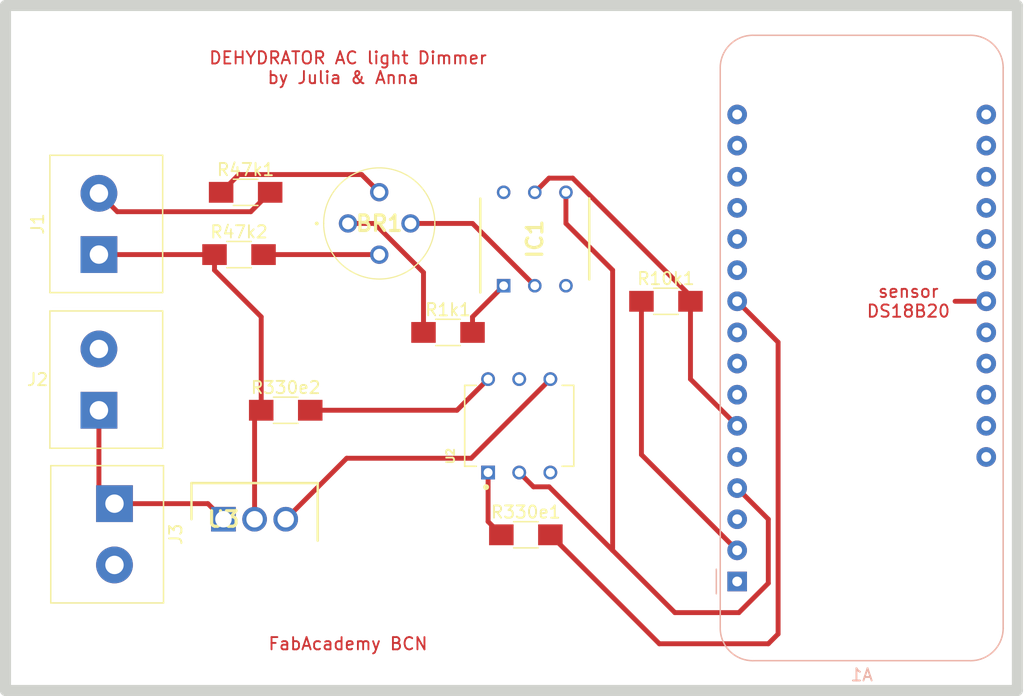
<source format=kicad_pcb>
(kicad_pcb (version 20171130) (host pcbnew "(5.1.12)-1")

  (general
    (thickness 1.6)
    (drawings 7)
    (tracks 57)
    (zones 0)
    (modules 14)
    (nets 44)
  )

  (page A4)
  (layers
    (0 F.Cu signal)
    (31 B.Cu signal)
    (32 B.Adhes user)
    (33 F.Adhes user)
    (34 B.Paste user)
    (35 F.Paste user)
    (36 B.SilkS user)
    (37 F.SilkS user)
    (38 B.Mask user)
    (39 F.Mask user)
    (40 Dwgs.User user)
    (41 Cmts.User user)
    (42 Eco1.User user)
    (43 Eco2.User user)
    (44 Edge.Cuts user)
    (45 Margin user)
    (46 B.CrtYd user)
    (47 F.CrtYd user)
    (48 B.Fab user)
    (49 F.Fab user)
  )

  (setup
    (last_trace_width 0.4)
    (trace_clearance 0.4)
    (zone_clearance 0.508)
    (zone_45_only no)
    (trace_min 0.2)
    (via_size 1.2)
    (via_drill 0.8)
    (via_min_size 0.4)
    (via_min_drill 0.3)
    (uvia_size 0.3)
    (uvia_drill 0.1)
    (uvias_allowed no)
    (uvia_min_size 0.2)
    (uvia_min_drill 0.1)
    (edge_width 0.05)
    (segment_width 0.2)
    (pcb_text_width 0.3)
    (pcb_text_size 1.5 1.5)
    (mod_edge_width 0.12)
    (mod_text_size 1 1)
    (mod_text_width 0.15)
    (pad_size 1.524 1.524)
    (pad_drill 0.762)
    (pad_to_mask_clearance 0)
    (aux_axis_origin 0 0)
    (visible_elements 7FFFFFFF)
    (pcbplotparams
      (layerselection 0x010fc_ffffffff)
      (usegerberextensions false)
      (usegerberattributes true)
      (usegerberadvancedattributes true)
      (creategerberjobfile true)
      (excludeedgelayer true)
      (linewidth 0.100000)
      (plotframeref false)
      (viasonmask false)
      (mode 1)
      (useauxorigin false)
      (hpglpennumber 1)
      (hpglpenspeed 20)
      (hpglpendiameter 15.000000)
      (psnegative false)
      (psa4output false)
      (plotreference true)
      (plotvalue true)
      (plotinvisibletext false)
      (padsonsilk false)
      (subtractmaskfromsilk false)
      (outputformat 1)
      (mirror false)
      (drillshape 1)
      (scaleselection 1)
      (outputdirectory ""))
  )

  (net 0 "")
  (net 1 "Net-(A1-Pad16)")
  (net 2 "Net-(A1-Pad15)")
  (net 3 "Net-(A1-Pad14)")
  (net 4 "Net-(A1-Pad13)")
  (net 5 "Net-(A1-Pad12)")
  (net 6 "Net-(A1-Pad11)")
  (net 7 "Net-(A1-Pad9)")
  (net 8 "Net-(A1-Pad8)")
  (net 9 "Net-(A1-Pad7)")
  (net 10 "Net-(A1-Pad5)")
  (net 11 "Net-(A1-Pad3)")
  (net 12 "Net-(A1-Pad1)")
  (net 13 "Net-(A1-Pad28)")
  (net 14 "Net-(A1-Pad27)")
  (net 15 "Net-(A1-Pad26)")
  (net 16 "Net-(A1-Pad25)")
  (net 17 "Net-(A1-Pad24)")
  (net 18 "Net-(A1-Pad22)")
  (net 19 "Net-(A1-Pad21)")
  (net 20 "Net-(A1-Pad20)")
  (net 21 "Net-(A1-Pad19)")
  (net 22 "Net-(A1-Pad18)")
  (net 23 "Net-(A1-Pad17)")
  (net 24 "Net-(BR1-Pad4)")
  (net 25 "Net-(BR1-Pad3)")
  (net 26 "Net-(BR1-Pad2)")
  (net 27 "Net-(BR1-Pad1)")
  (net 28 "Net-(U2-Pad4)")
  (net 29 "Net-(IC1-Pad6)")
  (net 30 "Net-(IC1-Pad3)")
  (net 31 "Net-(IC1-Pad1)")
  (net 32 C2)
  (net 33 ZVC)
  (net 34 GND)
  (net 35 5V)
  (net 36 SNS)
  (net 37 "Net-(J1-Pad2)")
  (net 38 C1)
  (net 39 "Net-(J2-Pad2)")
  (net 40 "Net-(J2-Pad1)")
  (net 41 "Net-(J3-Pad2)")
  (net 42 "Net-(R330e1-Pad1)")
  (net 43 "Net-(R330e2-Pad2)")

  (net_class Default "This is the default net class."
    (clearance 0.4)
    (trace_width 0.4)
    (via_dia 1.2)
    (via_drill 0.8)
    (uvia_dia 0.3)
    (uvia_drill 0.1)
    (add_net 5V)
    (add_net C1)
    (add_net C2)
    (add_net GND)
    (add_net "Net-(A1-Pad1)")
    (add_net "Net-(A1-Pad11)")
    (add_net "Net-(A1-Pad12)")
    (add_net "Net-(A1-Pad13)")
    (add_net "Net-(A1-Pad14)")
    (add_net "Net-(A1-Pad15)")
    (add_net "Net-(A1-Pad16)")
    (add_net "Net-(A1-Pad17)")
    (add_net "Net-(A1-Pad18)")
    (add_net "Net-(A1-Pad19)")
    (add_net "Net-(A1-Pad20)")
    (add_net "Net-(A1-Pad21)")
    (add_net "Net-(A1-Pad22)")
    (add_net "Net-(A1-Pad24)")
    (add_net "Net-(A1-Pad25)")
    (add_net "Net-(A1-Pad26)")
    (add_net "Net-(A1-Pad27)")
    (add_net "Net-(A1-Pad28)")
    (add_net "Net-(A1-Pad3)")
    (add_net "Net-(A1-Pad5)")
    (add_net "Net-(A1-Pad7)")
    (add_net "Net-(A1-Pad8)")
    (add_net "Net-(A1-Pad9)")
    (add_net "Net-(BR1-Pad1)")
    (add_net "Net-(BR1-Pad2)")
    (add_net "Net-(BR1-Pad3)")
    (add_net "Net-(BR1-Pad4)")
    (add_net "Net-(IC1-Pad1)")
    (add_net "Net-(IC1-Pad3)")
    (add_net "Net-(IC1-Pad6)")
    (add_net "Net-(J1-Pad2)")
    (add_net "Net-(J2-Pad1)")
    (add_net "Net-(J2-Pad2)")
    (add_net "Net-(J3-Pad2)")
    (add_net "Net-(R330e1-Pad1)")
    (add_net "Net-(R330e2-Pad2)")
    (add_net "Net-(U2-Pad4)")
    (add_net SNS)
    (add_net ZVC)
  )

  (module temp:TO254P470X1000X2000-3P (layer F.Cu) (tedit 0) (tstamp 622658C5)
    (at 83.82 115.57)
    (descr BT136-600D,127-1)
    (tags "Undefined or Miscellaneous")
    (path /62268889)
    (fp_text reference U3 (at 0 0) (layer F.SilkS)
      (effects (font (size 1.27 1.27) (thickness 0.254)))
    )
    (fp_text value BT136-600D,127 (at 0 0) (layer F.SilkS) hide
      (effects (font (size 1.27 1.27) (thickness 0.254)))
    )
    (fp_text user %R (at 0 0) (layer F.Fab)
      (effects (font (size 1.27 1.27) (thickness 0.254)))
    )
    (fp_line (start -2.86 -3.2) (end 7.94 -3.2) (layer F.CrtYd) (width 0.05))
    (fp_line (start 7.94 -3.2) (end 7.94 2) (layer F.CrtYd) (width 0.05))
    (fp_line (start 7.94 2) (end -2.86 2) (layer F.CrtYd) (width 0.05))
    (fp_line (start -2.86 2) (end -2.86 -3.2) (layer F.CrtYd) (width 0.05))
    (fp_line (start -2.61 -2.95) (end 7.69 -2.95) (layer F.Fab) (width 0.1))
    (fp_line (start 7.69 -2.95) (end 7.69 1.75) (layer F.Fab) (width 0.1))
    (fp_line (start 7.69 1.75) (end -2.61 1.75) (layer F.Fab) (width 0.1))
    (fp_line (start -2.61 1.75) (end -2.61 -2.95) (layer F.Fab) (width 0.1))
    (fp_line (start -2.61 -1.68) (end -1.34 -2.95) (layer F.Fab) (width 0.1))
    (fp_line (start 7.69 1.75) (end 7.69 -2.95) (layer F.SilkS) (width 0.2))
    (fp_line (start 7.69 -2.95) (end -2.61 -2.95) (layer F.SilkS) (width 0.2))
    (fp_line (start -2.61 -2.95) (end -2.61 0) (layer F.SilkS) (width 0.2))
    (pad 3 thru_hole circle (at 5.08 0) (size 2.01 2.01) (drill 1.34) (layers *.Cu *.Mask)
      (net 28 "Net-(U2-Pad4)"))
    (pad 2 thru_hole circle (at 2.54 0) (size 2.01 2.01) (drill 1.34) (layers *.Cu *.Mask)
      (net 38 C1))
    (pad 1 thru_hole rect (at 0 0) (size 2.01 2.01) (drill 1.34) (layers *.Cu *.Mask)
      (net 40 "Net-(J2-Pad1)"))
    (model BT136-600D,127.stp
      (at (xyz 0 0 0))
      (scale (xyz 1 1 1))
      (rotate (xyz 0 0 0))
    )
  )

  (module temp:DIP762W45P254L889H508Q6 (layer F.Cu) (tedit 62263D6B) (tstamp 62264EAE)
    (at 107.95 107.95 90)
    (path /622652F0)
    (fp_text reference U2 (at -2.469425 -5.609645 90) (layer F.SilkS)
      (effects (font (size 0.64037 0.64037) (thickness 0.15)))
    )
    (fp_text value MOC3021 (at 4.748276 5.394818 90) (layer F.Fab)
      (effects (font (size 0.640145 0.640145) (thickness 0.15)))
    )
    (fp_line (start -3.3 4.45) (end -3.3 -4.45) (layer F.Fab) (width 0.127))
    (fp_line (start -3.3 -4.45) (end 3.3 -4.45) (layer F.Fab) (width 0.127))
    (fp_line (start 3.3 -4.45) (end 3.3 4.45) (layer F.Fab) (width 0.127))
    (fp_line (start 3.3 4.45) (end -3.3 4.45) (layer F.Fab) (width 0.127))
    (fp_line (start -4.63 4.7) (end -4.63 -4.7) (layer F.CrtYd) (width 0.05))
    (fp_line (start -4.63 -4.7) (end 4.63 -4.7) (layer F.CrtYd) (width 0.05))
    (fp_line (start 4.63 -4.7) (end 4.63 4.7) (layer F.CrtYd) (width 0.05))
    (fp_line (start 4.63 4.7) (end -4.63 4.7) (layer F.CrtYd) (width 0.05))
    (fp_line (start -3.3 -3.5) (end -3.3 -4.45) (layer F.SilkS) (width 0.127))
    (fp_line (start -3.3 -4.45) (end 3.3 -4.45) (layer F.SilkS) (width 0.127))
    (fp_line (start 3.3 -4.45) (end 3.3 -3.5) (layer F.SilkS) (width 0.127))
    (fp_line (start -3.3 3.5) (end -3.3 4.45) (layer F.SilkS) (width 0.127))
    (fp_line (start -3.3 4.45) (end 3.3 4.45) (layer F.SilkS) (width 0.127))
    (fp_line (start 3.3 4.45) (end 3.3 3.5) (layer F.SilkS) (width 0.127))
    (fp_circle (center -5 -2.7) (end -4.88 -2.7) (layer F.SilkS) (width 0.24))
    (pad 6 thru_hole circle (at 3.81 -2.54 90) (size 1.13 1.13) (drill 0.73) (layers *.Cu *.Mask)
      (net 43 "Net-(R330e2-Pad2)"))
    (pad 5 thru_hole circle (at 3.81 0 90) (size 1.13 1.13) (drill 0.73) (layers *.Cu *.Mask))
    (pad 4 thru_hole circle (at 3.81 2.54 90) (size 1.13 1.13) (drill 0.73) (layers *.Cu *.Mask)
      (net 28 "Net-(U2-Pad4)"))
    (pad 3 thru_hole circle (at -3.81 2.54 90) (size 1.13 1.13) (drill 0.73) (layers *.Cu *.Mask))
    (pad 2 thru_hole circle (at -3.81 0 90) (size 1.13 1.13) (drill 0.73) (layers *.Cu *.Mask)
      (net 34 GND))
    (pad 1 thru_hole rect (at -3.81 -2.54 90) (size 1.13 1.13) (drill 0.73) (layers *.Cu *.Mask)
      (net 42 "Net-(R330e1-Pad1)"))
  )

  (module temp:DIP762W51P254L851H508Q6N (layer F.Cu) (tedit 0) (tstamp 622656AB)
    (at 109.22 92.71 90)
    (descr "PDIP6 8.51x6.35, 2.54P 1")
    (tags "Integrated Circuit")
    (path /62267AEC)
    (fp_text reference IC1 (at 0 0 90) (layer F.SilkS)
      (effects (font (size 1.27 1.27) (thickness 0.254)))
    )
    (fp_text value MCT2EM (at 0 0 90) (layer F.SilkS) hide
      (effects (font (size 1.27 1.27) (thickness 0.254)))
    )
    (fp_text user %R (at 0 0 90) (layer F.Fab)
      (effects (font (size 1.27 1.27) (thickness 0.254)))
    )
    (fp_line (start -4.615 -4.695) (end 4.615 -4.695) (layer F.CrtYd) (width 0.05))
    (fp_line (start 4.615 -4.695) (end 4.615 4.695) (layer F.CrtYd) (width 0.05))
    (fp_line (start 4.615 4.695) (end -4.615 4.695) (layer F.CrtYd) (width 0.05))
    (fp_line (start -4.615 4.695) (end -4.615 -4.695) (layer F.CrtYd) (width 0.05))
    (fp_line (start -3.3 -4.445) (end 3.3 -4.445) (layer F.Fab) (width 0.1))
    (fp_line (start 3.3 -4.445) (end 3.3 4.445) (layer F.Fab) (width 0.1))
    (fp_line (start 3.3 4.445) (end -3.3 4.445) (layer F.Fab) (width 0.1))
    (fp_line (start -3.3 4.445) (end -3.3 -4.445) (layer F.Fab) (width 0.1))
    (fp_line (start -3.3 -3.175) (end -2.03 -4.445) (layer F.Fab) (width 0.1))
    (fp_line (start -4.365 -4.445) (end 3.3 -4.445) (layer F.SilkS) (width 0.2))
    (fp_line (start -3.3 4.445) (end 3.3 4.445) (layer F.SilkS) (width 0.2))
    (pad 6 thru_hole circle (at 3.81 -2.54 90) (size 1.11 1.11) (drill 0.71) (layers *.Cu *.Mask)
      (net 29 "Net-(IC1-Pad6)"))
    (pad 5 thru_hole circle (at 3.81 0 90) (size 1.11 1.11) (drill 0.71) (layers *.Cu *.Mask)
      (net 33 ZVC))
    (pad 4 thru_hole circle (at 3.81 2.54 90) (size 1.11 1.11) (drill 0.71) (layers *.Cu *.Mask)
      (net 34 GND))
    (pad 3 thru_hole circle (at -3.81 2.54 90) (size 1.11 1.11) (drill 0.71) (layers *.Cu *.Mask)
      (net 30 "Net-(IC1-Pad3)"))
    (pad 2 thru_hole circle (at -3.81 0 90) (size 1.11 1.11) (drill 0.71) (layers *.Cu *.Mask)
      (net 25 "Net-(BR1-Pad3)"))
    (pad 1 thru_hole rect (at -3.81 -2.54 90) (size 1.11 1.11) (drill 0.71) (layers *.Cu *.Mask)
      (net 31 "Net-(IC1-Pad1)"))
    (model MCT2EM.stp
      (at (xyz 0 0 0))
      (scale (xyz 1 1 1))
      (rotate (xyz 0 0 0))
    )
  )

  (module temp:2W10 (layer F.Cu) (tedit 0) (tstamp 62264D3F)
    (at 93.98 91.44)
    (descr 2W10-1)
    (tags "Bridge Rectifier")
    (path /62266694)
    (fp_text reference BR1 (at 2.55 0) (layer F.SilkS)
      (effects (font (size 1.27 1.27) (thickness 0.254)))
    )
    (fp_text value 2W10 (at 2.55 0) (layer F.SilkS) hide
      (effects (font (size 1.27 1.27) (thickness 0.254)))
    )
    (fp_arc (start -2.55 0) (end -2.6 0) (angle -180) (layer F.SilkS) (width 0.2))
    (fp_arc (start -2.55 0) (end -2.5 0) (angle -180) (layer F.SilkS) (width 0.2))
    (fp_arc (start -2.55 0) (end -2.6 0) (angle -180) (layer F.SilkS) (width 0.2))
    (fp_arc (start 2.55 0) (end 7.085 0) (angle -180) (layer F.SilkS) (width 0.1))
    (fp_arc (start 2.55 0) (end -1.985 0) (angle -180) (layer F.SilkS) (width 0.1))
    (fp_arc (start 2.55 0) (end 7.085 0) (angle -180) (layer F.Fab) (width 0.2))
    (fp_arc (start 2.55 0) (end -1.985 0) (angle -180) (layer F.Fab) (width 0.2))
    (fp_text user %R (at 2.55 0) (layer F.Fab)
      (effects (font (size 1.27 1.27) (thickness 0.254)))
    )
    (fp_line (start -2.985 -5.535) (end 8.085 -5.535) (layer F.CrtYd) (width 0.1))
    (fp_line (start 8.085 -5.535) (end 8.085 5.535) (layer F.CrtYd) (width 0.1))
    (fp_line (start 8.085 5.535) (end -2.985 5.535) (layer F.CrtYd) (width 0.1))
    (fp_line (start -2.985 5.535) (end -2.985 -5.535) (layer F.CrtYd) (width 0.1))
    (fp_line (start -1.985 0) (end -1.985 0) (layer F.Fab) (width 0.2))
    (fp_line (start 7.085 0) (end 7.085 0) (layer F.Fab) (width 0.2))
    (fp_line (start -1.985 0) (end -1.985 0) (layer F.SilkS) (width 0.1))
    (fp_line (start 7.085 0) (end 7.085 0) (layer F.SilkS) (width 0.1))
    (fp_line (start -2.6 0) (end -2.6 0) (layer F.SilkS) (width 0.2))
    (fp_line (start -2.5 0) (end -2.5 0) (layer F.SilkS) (width 0.2))
    (fp_line (start -2.6 0) (end -2.6 0) (layer F.SilkS) (width 0.2))
    (pad 4 thru_hole circle (at 2.55 -2.55) (size 1.493 1.493) (drill 0.96) (layers *.Cu *.Mask)
      (net 24 "Net-(BR1-Pad4)"))
    (pad 3 thru_hole circle (at 5.1 0) (size 1.493 1.493) (drill 0.96) (layers *.Cu *.Mask)
      (net 25 "Net-(BR1-Pad3)"))
    (pad 2 thru_hole circle (at 2.55 2.55) (size 1.493 1.493) (drill 0.96) (layers *.Cu *.Mask)
      (net 26 "Net-(BR1-Pad2)"))
    (pad 1 thru_hole circle (at 0 0) (size 1.493 1.493) (drill 0.96) (layers *.Cu *.Mask)
      (net 27 "Net-(BR1-Pad1)"))
    (model 2W10.stp
      (at (xyz 0 0 0))
      (scale (xyz 1 1 1))
      (rotate (xyz 0 0 0))
    )
  )

  (module Module:Adafruit_Feather (layer B.Cu) (tedit 5F71FFF3) (tstamp 62260CBE)
    (at 125.73 120.65)
    (descr "Common footprint for the Adafruit Feather series of boards, https://learn.adafruit.com/adafruit-feather/feather-specification")
    (tags "Adafruit Feather")
    (path /622615BF)
    (fp_text reference A1 (at 10.16 7.62) (layer B.SilkS)
      (effects (font (size 1 1) (thickness 0.15)) (justify mirror))
    )
    (fp_text value Adafruit_Feather_HUZZAH32_ESP32 (at 10.16 -45.72 180) (layer B.Fab)
      (effects (font (size 1 1) (thickness 0.15)) (justify mirror))
    )
    (fp_line (start -0.381 0) (end -1.27 -0.889) (layer B.Fab) (width 0.1))
    (fp_line (start -1.27 0.889) (end -0.381 0) (layer B.Fab) (width 0.1))
    (fp_line (start -1.7 -1) (end -1.7 1) (layer B.SilkS) (width 0.12))
    (fp_line (start 21.84 -41.91) (end 21.84 3.81) (layer B.CrtYd) (width 0.05))
    (fp_line (start 19.05 -44.7) (end 1.27 -44.7) (layer B.CrtYd) (width 0.05))
    (fp_line (start -1.52 -41.91) (end -1.52 3.81) (layer B.CrtYd) (width 0.05))
    (fp_line (start 19.05 6.46) (end 1.27 6.46) (layer B.SilkS) (width 0.12))
    (fp_line (start 19.05 -44.56) (end 1.27 -44.56) (layer B.SilkS) (width 0.12))
    (fp_line (start 21.7 3.81) (end 21.7 -41.91) (layer B.SilkS) (width 0.12))
    (fp_line (start -1.38 3.81) (end -1.38 -41.91) (layer B.SilkS) (width 0.12))
    (fp_line (start 19.05 6.35) (end 1.27 6.35) (layer B.Fab) (width 0.1))
    (fp_line (start -1.27 3.81) (end -1.27 -41.91) (layer B.Fab) (width 0.1))
    (fp_line (start 1.27 -44.45) (end 19.05 -44.45) (layer B.Fab) (width 0.1))
    (fp_line (start 21.59 -41.91) (end 21.59 3.81) (layer B.Fab) (width 0.1))
    (fp_line (start 19.05 6.6) (end 1.27 6.6) (layer B.CrtYd) (width 0.05))
    (fp_arc (start 19.05 3.81) (end 21.84 3.81) (angle 90) (layer B.CrtYd) (width 0.05))
    (fp_arc (start 1.27 3.81) (end 1.27 6.6) (angle 90) (layer B.CrtYd) (width 0.05))
    (fp_arc (start 19.05 -41.91) (end 21.59 -41.91) (angle -90) (layer B.Fab) (width 0.1))
    (fp_arc (start 1.27 -41.91) (end -1.27 -41.91) (angle 88.9) (layer B.Fab) (width 0.1))
    (fp_arc (start 1.27 3.81) (end -1.27 3.81) (angle -90) (layer B.Fab) (width 0.1))
    (fp_arc (start 19.05 3.81) (end 19.05 6.35) (angle -90) (layer B.Fab) (width 0.1))
    (fp_arc (start 1.27 -41.91) (end -1.38 -41.91) (angle 90) (layer B.SilkS) (width 0.12))
    (fp_arc (start 19.05 -41.91) (end 19.05 -44.56) (angle 90) (layer B.SilkS) (width 0.12))
    (fp_arc (start 1.27 3.81) (end 1.27 6.46) (angle 90) (layer B.SilkS) (width 0.12))
    (fp_arc (start 19.05 3.81) (end 21.7 3.81) (angle 90) (layer B.SilkS) (width 0.12))
    (fp_arc (start 1.27 -41.91) (end -1.52 -41.91) (angle 90) (layer B.CrtYd) (width 0.05))
    (fp_arc (start 19.05 -41.91) (end 19.05 -44.7) (angle 90) (layer B.CrtYd) (width 0.05))
    (fp_text user %R (at 10.16 -19.05 180) (layer B.Fab)
      (effects (font (size 1 1) (thickness 0.15)) (justify mirror))
    )
    (pad 16 thru_hole circle (at 0 -38.1 180) (size 1.6 1.6) (drill 0.8) (layers *.Cu *.Mask)
      (net 1 "Net-(A1-Pad16)"))
    (pad 15 thru_hole circle (at 0 -35.56 180) (size 1.6 1.6) (drill 0.8) (layers *.Cu *.Mask)
      (net 2 "Net-(A1-Pad15)"))
    (pad 14 thru_hole circle (at 0 -33.02 180) (size 1.6 1.6) (drill 0.8) (layers *.Cu *.Mask)
      (net 3 "Net-(A1-Pad14)"))
    (pad 13 thru_hole circle (at 0 -30.48 180) (size 1.6 1.6) (drill 0.8) (layers *.Cu *.Mask)
      (net 4 "Net-(A1-Pad13)"))
    (pad 12 thru_hole circle (at 0 -27.94 180) (size 1.6 1.6) (drill 0.8) (layers *.Cu *.Mask)
      (net 5 "Net-(A1-Pad12)"))
    (pad 11 thru_hole circle (at 0 -25.4 180) (size 1.6 1.6) (drill 0.8) (layers *.Cu *.Mask)
      (net 6 "Net-(A1-Pad11)"))
    (pad 10 thru_hole circle (at 0 -22.86 180) (size 1.6 1.6) (drill 0.8) (layers *.Cu *.Mask)
      (net 32 C2))
    (pad 9 thru_hole circle (at 0 -20.32 180) (size 1.6 1.6) (drill 0.8) (layers *.Cu *.Mask)
      (net 7 "Net-(A1-Pad9)"))
    (pad 8 thru_hole circle (at 0 -17.78 180) (size 1.6 1.6) (drill 0.8) (layers *.Cu *.Mask)
      (net 8 "Net-(A1-Pad8)"))
    (pad 7 thru_hole circle (at 0 -15.24 180) (size 1.6 1.6) (drill 0.8) (layers *.Cu *.Mask)
      (net 9 "Net-(A1-Pad7)"))
    (pad 6 thru_hole circle (at 0 -12.7 180) (size 1.6 1.6) (drill 0.8) (layers *.Cu *.Mask)
      (net 33 ZVC))
    (pad 5 thru_hole circle (at 0 -10.16 180) (size 1.6 1.6) (drill 0.8) (layers *.Cu *.Mask)
      (net 10 "Net-(A1-Pad5)"))
    (pad 4 thru_hole circle (at 0 -7.62 180) (size 1.6 1.6) (drill 0.8) (layers *.Cu *.Mask)
      (net 34 GND))
    (pad 3 thru_hole circle (at 0 -5.08 180) (size 1.6 1.6) (drill 0.8) (layers *.Cu *.Mask)
      (net 11 "Net-(A1-Pad3)"))
    (pad 2 thru_hole circle (at 0 -2.54 180) (size 1.6 1.6) (drill 0.8) (layers *.Cu *.Mask)
      (net 35 5V))
    (pad 1 thru_hole rect (at 0 0 180) (size 1.6 1.6) (drill 0.8) (layers *.Cu *.Mask)
      (net 12 "Net-(A1-Pad1)"))
    (pad 28 thru_hole circle (at 20.32 -10.16 180) (size 1.6 1.6) (drill 0.8) (layers *.Cu *.Mask)
      (net 13 "Net-(A1-Pad28)"))
    (pad 27 thru_hole circle (at 20.32 -12.7 180) (size 1.6 1.6) (drill 0.8) (layers *.Cu *.Mask)
      (net 14 "Net-(A1-Pad27)"))
    (pad 26 thru_hole circle (at 20.32 -15.24 180) (size 1.6 1.6) (drill 0.8) (layers *.Cu *.Mask)
      (net 15 "Net-(A1-Pad26)"))
    (pad 25 thru_hole circle (at 20.32 -17.78 180) (size 1.6 1.6) (drill 0.8) (layers *.Cu *.Mask)
      (net 16 "Net-(A1-Pad25)"))
    (pad 24 thru_hole circle (at 20.32 -20.32 180) (size 1.6 1.6) (drill 0.8) (layers *.Cu *.Mask)
      (net 17 "Net-(A1-Pad24)"))
    (pad 23 thru_hole circle (at 20.32 -22.86 180) (size 1.6 1.6) (drill 0.8) (layers *.Cu *.Mask)
      (net 36 SNS))
    (pad 22 thru_hole circle (at 20.32 -25.4 180) (size 1.6 1.6) (drill 0.8) (layers *.Cu *.Mask)
      (net 18 "Net-(A1-Pad22)"))
    (pad 21 thru_hole circle (at 20.32 -27.94 180) (size 1.6 1.6) (drill 0.8) (layers *.Cu *.Mask)
      (net 19 "Net-(A1-Pad21)"))
    (pad 20 thru_hole circle (at 20.32 -30.48 180) (size 1.6 1.6) (drill 0.8) (layers *.Cu *.Mask)
      (net 20 "Net-(A1-Pad20)"))
    (pad 19 thru_hole circle (at 20.32 -33.02 180) (size 1.6 1.6) (drill 0.8) (layers *.Cu *.Mask)
      (net 21 "Net-(A1-Pad19)"))
    (pad 18 thru_hole circle (at 20.32 -35.56 180) (size 1.6 1.6) (drill 0.8) (layers *.Cu *.Mask)
      (net 22 "Net-(A1-Pad18)"))
    (pad 17 thru_hole circle (at 20.32 -38.1 180) (size 1.6 1.6) (drill 0.8) (layers *.Cu *.Mask)
      (net 23 "Net-(A1-Pad17)"))
    (model ${KISYS3DMOD}/Module.3dshapes/Adafruit_Feather.wrl
      (at (xyz 0 0 0))
      (scale (xyz 1 1 1))
      (rotate (xyz 0 0 0))
    )
  )

  (module fab:R_1206 (layer F.Cu) (tedit 60020482) (tstamp 62275A62)
    (at 85.09 93.98)
    (descr "Resistor SMD 1206, hand soldering")
    (tags "resistor 1206")
    (path /6227F0C2)
    (attr smd)
    (fp_text reference R47k2 (at 0 -1.85) (layer F.SilkS)
      (effects (font (size 1 1) (thickness 0.15)))
    )
    (fp_text value R (at 0 1.9) (layer F.Fab)
      (effects (font (size 1 1) (thickness 0.15)))
    )
    (fp_text user %R (at 0 0) (layer F.Fab)
      (effects (font (size 0.7 0.7) (thickness 0.105)))
    )
    (fp_line (start -1.6 0.8) (end -1.6 -0.8) (layer F.Fab) (width 0.1))
    (fp_line (start 1.6 0.8) (end -1.6 0.8) (layer F.Fab) (width 0.1))
    (fp_line (start 1.6 -0.8) (end 1.6 0.8) (layer F.Fab) (width 0.1))
    (fp_line (start -1.6 -0.8) (end 1.6 -0.8) (layer F.Fab) (width 0.1))
    (fp_line (start 1 1.07) (end -1 1.07) (layer F.SilkS) (width 0.12))
    (fp_line (start -1 -1.07) (end 1 -1.07) (layer F.SilkS) (width 0.12))
    (fp_line (start -3.25 -1.11) (end 3.25 -1.11) (layer F.CrtYd) (width 0.05))
    (fp_line (start -3.25 -1.11) (end -3.25 1.1) (layer F.CrtYd) (width 0.05))
    (fp_line (start 3.25 1.1) (end 3.25 -1.11) (layer F.CrtYd) (width 0.05))
    (fp_line (start 3.25 1.1) (end -3.25 1.1) (layer F.CrtYd) (width 0.05))
    (pad 1 smd rect (at -2 0) (size 2 1.7) (layers F.Cu F.Paste F.Mask)
      (net 38 C1))
    (pad 2 smd rect (at 2 0) (size 2 1.7) (layers F.Cu F.Paste F.Mask)
      (net 26 "Net-(BR1-Pad2)"))
    (model ${FAB}/fab.3dshapes/R_1206.step
      (at (xyz 0 0 0))
      (scale (xyz 1 1 1))
      (rotate (xyz 0 0 0))
    )
  )

  (module fab:R_1206 (layer F.Cu) (tedit 60020482) (tstamp 62275969)
    (at 85.63 88.9)
    (descr "Resistor SMD 1206, hand soldering")
    (tags "resistor 1206")
    (path /6227FB1F)
    (attr smd)
    (fp_text reference R47k1 (at 0 -1.85) (layer F.SilkS)
      (effects (font (size 1 1) (thickness 0.15)))
    )
    (fp_text value R (at 0 1.9) (layer F.Fab)
      (effects (font (size 1 1) (thickness 0.15)))
    )
    (fp_text user %R (at 0 0) (layer F.Fab)
      (effects (font (size 0.7 0.7) (thickness 0.105)))
    )
    (fp_line (start -1.6 0.8) (end -1.6 -0.8) (layer F.Fab) (width 0.1))
    (fp_line (start 1.6 0.8) (end -1.6 0.8) (layer F.Fab) (width 0.1))
    (fp_line (start 1.6 -0.8) (end 1.6 0.8) (layer F.Fab) (width 0.1))
    (fp_line (start -1.6 -0.8) (end 1.6 -0.8) (layer F.Fab) (width 0.1))
    (fp_line (start 1 1.07) (end -1 1.07) (layer F.SilkS) (width 0.12))
    (fp_line (start -1 -1.07) (end 1 -1.07) (layer F.SilkS) (width 0.12))
    (fp_line (start -3.25 -1.11) (end 3.25 -1.11) (layer F.CrtYd) (width 0.05))
    (fp_line (start -3.25 -1.11) (end -3.25 1.1) (layer F.CrtYd) (width 0.05))
    (fp_line (start 3.25 1.1) (end 3.25 -1.11) (layer F.CrtYd) (width 0.05))
    (fp_line (start 3.25 1.1) (end -3.25 1.1) (layer F.CrtYd) (width 0.05))
    (pad 1 smd rect (at -2 0) (size 2 1.7) (layers F.Cu F.Paste F.Mask)
      (net 24 "Net-(BR1-Pad4)"))
    (pad 2 smd rect (at 2 0) (size 2 1.7) (layers F.Cu F.Paste F.Mask)
      (net 37 "Net-(J1-Pad2)"))
    (model ${FAB}/fab.3dshapes/R_1206.step
      (at (xyz 0 0 0))
      (scale (xyz 1 1 1))
      (rotate (xyz 0 0 0))
    )
  )

  (module fab:R_1206 (layer F.Cu) (tedit 60020482) (tstamp 62275870)
    (at 88.9 106.68)
    (descr "Resistor SMD 1206, hand soldering")
    (tags "resistor 1206")
    (path /622810E5)
    (attr smd)
    (fp_text reference R330e2 (at 0 -1.85) (layer F.SilkS)
      (effects (font (size 1 1) (thickness 0.15)))
    )
    (fp_text value R (at 0 1.9) (layer F.Fab)
      (effects (font (size 1 1) (thickness 0.15)))
    )
    (fp_text user %R (at 0 0) (layer F.Fab)
      (effects (font (size 0.7 0.7) (thickness 0.105)))
    )
    (fp_line (start -1.6 0.8) (end -1.6 -0.8) (layer F.Fab) (width 0.1))
    (fp_line (start 1.6 0.8) (end -1.6 0.8) (layer F.Fab) (width 0.1))
    (fp_line (start 1.6 -0.8) (end 1.6 0.8) (layer F.Fab) (width 0.1))
    (fp_line (start -1.6 -0.8) (end 1.6 -0.8) (layer F.Fab) (width 0.1))
    (fp_line (start 1 1.07) (end -1 1.07) (layer F.SilkS) (width 0.12))
    (fp_line (start -1 -1.07) (end 1 -1.07) (layer F.SilkS) (width 0.12))
    (fp_line (start -3.25 -1.11) (end 3.25 -1.11) (layer F.CrtYd) (width 0.05))
    (fp_line (start -3.25 -1.11) (end -3.25 1.1) (layer F.CrtYd) (width 0.05))
    (fp_line (start 3.25 1.1) (end 3.25 -1.11) (layer F.CrtYd) (width 0.05))
    (fp_line (start 3.25 1.1) (end -3.25 1.1) (layer F.CrtYd) (width 0.05))
    (pad 1 smd rect (at -2 0) (size 2 1.7) (layers F.Cu F.Paste F.Mask)
      (net 38 C1))
    (pad 2 smd rect (at 2 0) (size 2 1.7) (layers F.Cu F.Paste F.Mask)
      (net 43 "Net-(R330e2-Pad2)"))
    (model ${FAB}/fab.3dshapes/R_1206.step
      (at (xyz 0 0 0))
      (scale (xyz 1 1 1))
      (rotate (xyz 0 0 0))
    )
  )

  (module fab:R_1206 (layer F.Cu) (tedit 60020482) (tstamp 62275777)
    (at 108.49 116.84)
    (descr "Resistor SMD 1206, hand soldering")
    (tags "resistor 1206")
    (path /62281E74)
    (attr smd)
    (fp_text reference R330e1 (at 0 -1.85) (layer F.SilkS)
      (effects (font (size 1 1) (thickness 0.15)))
    )
    (fp_text value R (at 0 1.9) (layer F.Fab)
      (effects (font (size 1 1) (thickness 0.15)))
    )
    (fp_text user %R (at 0 0) (layer F.Fab)
      (effects (font (size 0.7 0.7) (thickness 0.105)))
    )
    (fp_line (start -1.6 0.8) (end -1.6 -0.8) (layer F.Fab) (width 0.1))
    (fp_line (start 1.6 0.8) (end -1.6 0.8) (layer F.Fab) (width 0.1))
    (fp_line (start 1.6 -0.8) (end 1.6 0.8) (layer F.Fab) (width 0.1))
    (fp_line (start -1.6 -0.8) (end 1.6 -0.8) (layer F.Fab) (width 0.1))
    (fp_line (start 1 1.07) (end -1 1.07) (layer F.SilkS) (width 0.12))
    (fp_line (start -1 -1.07) (end 1 -1.07) (layer F.SilkS) (width 0.12))
    (fp_line (start -3.25 -1.11) (end 3.25 -1.11) (layer F.CrtYd) (width 0.05))
    (fp_line (start -3.25 -1.11) (end -3.25 1.1) (layer F.CrtYd) (width 0.05))
    (fp_line (start 3.25 1.1) (end 3.25 -1.11) (layer F.CrtYd) (width 0.05))
    (fp_line (start 3.25 1.1) (end -3.25 1.1) (layer F.CrtYd) (width 0.05))
    (pad 1 smd rect (at -2 0) (size 2 1.7) (layers F.Cu F.Paste F.Mask)
      (net 42 "Net-(R330e1-Pad1)"))
    (pad 2 smd rect (at 2 0) (size 2 1.7) (layers F.Cu F.Paste F.Mask)
      (net 32 C2))
    (model ${FAB}/fab.3dshapes/R_1206.step
      (at (xyz 0 0 0))
      (scale (xyz 1 1 1))
      (rotate (xyz 0 0 0))
    )
  )

  (module fab:R_1206 (layer F.Cu) (tedit 60020482) (tstamp 6227567E)
    (at 102.14 100.33)
    (descr "Resistor SMD 1206, hand soldering")
    (tags "resistor 1206")
    (path /62280C45)
    (attr smd)
    (fp_text reference R1k1 (at 0 -1.85) (layer F.SilkS)
      (effects (font (size 1 1) (thickness 0.15)))
    )
    (fp_text value R (at 0 1.9) (layer F.Fab)
      (effects (font (size 1 1) (thickness 0.15)))
    )
    (fp_text user %R (at 0 0) (layer F.Fab)
      (effects (font (size 0.7 0.7) (thickness 0.105)))
    )
    (fp_line (start -1.6 0.8) (end -1.6 -0.8) (layer F.Fab) (width 0.1))
    (fp_line (start 1.6 0.8) (end -1.6 0.8) (layer F.Fab) (width 0.1))
    (fp_line (start 1.6 -0.8) (end 1.6 0.8) (layer F.Fab) (width 0.1))
    (fp_line (start -1.6 -0.8) (end 1.6 -0.8) (layer F.Fab) (width 0.1))
    (fp_line (start 1 1.07) (end -1 1.07) (layer F.SilkS) (width 0.12))
    (fp_line (start -1 -1.07) (end 1 -1.07) (layer F.SilkS) (width 0.12))
    (fp_line (start -3.25 -1.11) (end 3.25 -1.11) (layer F.CrtYd) (width 0.05))
    (fp_line (start -3.25 -1.11) (end -3.25 1.1) (layer F.CrtYd) (width 0.05))
    (fp_line (start 3.25 1.1) (end 3.25 -1.11) (layer F.CrtYd) (width 0.05))
    (fp_line (start 3.25 1.1) (end -3.25 1.1) (layer F.CrtYd) (width 0.05))
    (pad 1 smd rect (at -2 0) (size 2 1.7) (layers F.Cu F.Paste F.Mask)
      (net 27 "Net-(BR1-Pad1)"))
    (pad 2 smd rect (at 2 0) (size 2 1.7) (layers F.Cu F.Paste F.Mask)
      (net 31 "Net-(IC1-Pad1)"))
    (model ${FAB}/fab.3dshapes/R_1206.step
      (at (xyz 0 0 0))
      (scale (xyz 1 1 1))
      (rotate (xyz 0 0 0))
    )
  )

  (module fab:R_1206 (layer F.Cu) (tedit 60020482) (tstamp 62275585)
    (at 119.92 97.79)
    (descr "Resistor SMD 1206, hand soldering")
    (tags "resistor 1206")
    (path /6228169F)
    (attr smd)
    (fp_text reference R10k1 (at 0 -1.85) (layer F.SilkS)
      (effects (font (size 1 1) (thickness 0.15)))
    )
    (fp_text value R (at 0 1.9) (layer F.Fab)
      (effects (font (size 1 1) (thickness 0.15)))
    )
    (fp_text user %R (at 0 0) (layer F.Fab)
      (effects (font (size 0.7 0.7) (thickness 0.105)))
    )
    (fp_line (start -1.6 0.8) (end -1.6 -0.8) (layer F.Fab) (width 0.1))
    (fp_line (start 1.6 0.8) (end -1.6 0.8) (layer F.Fab) (width 0.1))
    (fp_line (start 1.6 -0.8) (end 1.6 0.8) (layer F.Fab) (width 0.1))
    (fp_line (start -1.6 -0.8) (end 1.6 -0.8) (layer F.Fab) (width 0.1))
    (fp_line (start 1 1.07) (end -1 1.07) (layer F.SilkS) (width 0.12))
    (fp_line (start -1 -1.07) (end 1 -1.07) (layer F.SilkS) (width 0.12))
    (fp_line (start -3.25 -1.11) (end 3.25 -1.11) (layer F.CrtYd) (width 0.05))
    (fp_line (start -3.25 -1.11) (end -3.25 1.1) (layer F.CrtYd) (width 0.05))
    (fp_line (start 3.25 1.1) (end 3.25 -1.11) (layer F.CrtYd) (width 0.05))
    (fp_line (start 3.25 1.1) (end -3.25 1.1) (layer F.CrtYd) (width 0.05))
    (pad 1 smd rect (at -2 0) (size 2 1.7) (layers F.Cu F.Paste F.Mask)
      (net 35 5V))
    (pad 2 smd rect (at 2 0) (size 2 1.7) (layers F.Cu F.Paste F.Mask)
      (net 33 ZVC))
    (model ${FAB}/fab.3dshapes/R_1206.step
      (at (xyz 0 0 0))
      (scale (xyz 1 1 1))
      (rotate (xyz 0 0 0))
    )
  )

  (module fab:TerminalBlock_OnShore_1x02_P5.00mm_Horizontal (layer F.Cu) (tedit 6067659E) (tstamp 6227548C)
    (at 74.93 114.3 270)
    (descr "2 Position Wire to Board Terminal Block Horizontal with Board 0.197\" (5.00mm) Through Hole")
    (tags "THT Terminal Block pitch 5mm")
    (path /6226BEEA)
    (fp_text reference J3 (at 2.5 -5 90) (layer F.SilkS)
      (effects (font (size 1 1) (thickness 0.15)))
    )
    (fp_text value Screw_Terminal_01x02_P5mm (at 2.5 6.3 90) (layer F.Fab)
      (effects (font (size 1 1) (thickness 0.15)))
    )
    (fp_text user %R (at 2.5 2.8 90) (layer F.Fab)
      (effects (font (size 1 1) (thickness 0.15)))
    )
    (fp_line (start 8 -3.9) (end -3 -3.9) (layer F.CrtYd) (width 0.05))
    (fp_line (start 8 5.1) (end 8 -3.9) (layer F.CrtYd) (width 0.05))
    (fp_line (start -3 5.1) (end 8 5.1) (layer F.CrtYd) (width 0.05))
    (fp_line (start -3 -3.9) (end -3 5.1) (layer F.CrtYd) (width 0.05))
    (fp_line (start 8.1 -4) (end 8.1 5.2) (layer F.SilkS) (width 0.12))
    (fp_line (start -3.1 -4) (end -3.1 5.2) (layer F.SilkS) (width 0.12))
    (fp_line (start -3.1 5.2) (end 8.1 5.2) (layer F.SilkS) (width 0.12))
    (fp_line (start -3.1 -4) (end 8.1 -4) (layer F.SilkS) (width 0.12))
    (fp_line (start -3 4.5) (end -3 -3.9) (layer F.Fab) (width 0.1))
    (fp_line (start -2.4 5.1) (end -3 4.5) (layer F.Fab) (width 0.1))
    (fp_line (start 8 5.1) (end -2.4 5.1) (layer F.Fab) (width 0.1))
    (fp_line (start 8 -3.9) (end 8 5.1) (layer F.Fab) (width 0.1))
    (fp_line (start -3 -3.9) (end 8 -3.9) (layer F.Fab) (width 0.1))
    (pad 2 thru_hole circle (at 5 0 270) (size 3 3) (drill 1.5) (layers *.Cu *.Mask)
      (net 41 "Net-(J3-Pad2)"))
    (pad 1 thru_hole rect (at 0 0 270) (size 3 3) (drill 1.5) (layers *.Cu *.Mask)
      (net 40 "Net-(J2-Pad1)"))
    (model ${KISYS3DMOD}/TerminalBlock_Philmore.3dshapes/TerminalBlock_Philmore_TB132_1x02_P5.00mm_Horizontal.wrl
      (at (xyz 0 0 0))
      (scale (xyz 1 1 1))
      (rotate (xyz 0 0 0))
    )
  )

  (module fab:TerminalBlock_OnShore_1x02_P5.00mm_Horizontal (layer F.Cu) (tedit 6067659E) (tstamp 62275390)
    (at 73.66 106.68 90)
    (descr "2 Position Wire to Board Terminal Block Horizontal with Board 0.197\" (5.00mm) Through Hole")
    (tags "THT Terminal Block pitch 5mm")
    (path /62269E9A)
    (fp_text reference J2 (at 2.5 -5) (layer F.SilkS)
      (effects (font (size 1 1) (thickness 0.15)))
    )
    (fp_text value Screw_Terminal_01x02_P5mm (at 2.5 6.3 90) (layer F.Fab)
      (effects (font (size 1 1) (thickness 0.15)))
    )
    (fp_text user %R (at 2.5 2.8 90) (layer F.Fab)
      (effects (font (size 1 1) (thickness 0.15)))
    )
    (fp_line (start 8 -3.9) (end -3 -3.9) (layer F.CrtYd) (width 0.05))
    (fp_line (start 8 5.1) (end 8 -3.9) (layer F.CrtYd) (width 0.05))
    (fp_line (start -3 5.1) (end 8 5.1) (layer F.CrtYd) (width 0.05))
    (fp_line (start -3 -3.9) (end -3 5.1) (layer F.CrtYd) (width 0.05))
    (fp_line (start 8.1 -4) (end 8.1 5.2) (layer F.SilkS) (width 0.12))
    (fp_line (start -3.1 -4) (end -3.1 5.2) (layer F.SilkS) (width 0.12))
    (fp_line (start -3.1 5.2) (end 8.1 5.2) (layer F.SilkS) (width 0.12))
    (fp_line (start -3.1 -4) (end 8.1 -4) (layer F.SilkS) (width 0.12))
    (fp_line (start -3 4.5) (end -3 -3.9) (layer F.Fab) (width 0.1))
    (fp_line (start -2.4 5.1) (end -3 4.5) (layer F.Fab) (width 0.1))
    (fp_line (start 8 5.1) (end -2.4 5.1) (layer F.Fab) (width 0.1))
    (fp_line (start 8 -3.9) (end 8 5.1) (layer F.Fab) (width 0.1))
    (fp_line (start -3 -3.9) (end 8 -3.9) (layer F.Fab) (width 0.1))
    (pad 2 thru_hole circle (at 5 0 90) (size 3 3) (drill 1.5) (layers *.Cu *.Mask)
      (net 39 "Net-(J2-Pad2)"))
    (pad 1 thru_hole rect (at 0 0 90) (size 3 3) (drill 1.5) (layers *.Cu *.Mask)
      (net 40 "Net-(J2-Pad1)"))
    (model ${KISYS3DMOD}/TerminalBlock_Philmore.3dshapes/TerminalBlock_Philmore_TB132_1x02_P5.00mm_Horizontal.wrl
      (at (xyz 0 0 0))
      (scale (xyz 1 1 1))
      (rotate (xyz 0 0 0))
    )
  )

  (module fab:TerminalBlock_OnShore_1x02_P5.00mm_Horizontal (layer F.Cu) (tedit 6067659E) (tstamp 62275294)
    (at 73.66 93.98 90)
    (descr "2 Position Wire to Board Terminal Block Horizontal with Board 0.197\" (5.00mm) Through Hole")
    (tags "THT Terminal Block pitch 5mm")
    (path /6226B1C1)
    (fp_text reference J1 (at 2.5 -5 90) (layer F.SilkS)
      (effects (font (size 1 1) (thickness 0.15)))
    )
    (fp_text value Screw_Terminal_01x02_P5mm (at 2.5 6.3 90) (layer F.Fab)
      (effects (font (size 1 1) (thickness 0.15)))
    )
    (fp_text user %R (at 2.5 2.8 90) (layer F.Fab)
      (effects (font (size 1 1) (thickness 0.15)))
    )
    (fp_line (start 8 -3.9) (end -3 -3.9) (layer F.CrtYd) (width 0.05))
    (fp_line (start 8 5.1) (end 8 -3.9) (layer F.CrtYd) (width 0.05))
    (fp_line (start -3 5.1) (end 8 5.1) (layer F.CrtYd) (width 0.05))
    (fp_line (start -3 -3.9) (end -3 5.1) (layer F.CrtYd) (width 0.05))
    (fp_line (start 8.1 -4) (end 8.1 5.2) (layer F.SilkS) (width 0.12))
    (fp_line (start -3.1 -4) (end -3.1 5.2) (layer F.SilkS) (width 0.12))
    (fp_line (start -3.1 5.2) (end 8.1 5.2) (layer F.SilkS) (width 0.12))
    (fp_line (start -3.1 -4) (end 8.1 -4) (layer F.SilkS) (width 0.12))
    (fp_line (start -3 4.5) (end -3 -3.9) (layer F.Fab) (width 0.1))
    (fp_line (start -2.4 5.1) (end -3 4.5) (layer F.Fab) (width 0.1))
    (fp_line (start 8 5.1) (end -2.4 5.1) (layer F.Fab) (width 0.1))
    (fp_line (start 8 -3.9) (end 8 5.1) (layer F.Fab) (width 0.1))
    (fp_line (start -3 -3.9) (end 8 -3.9) (layer F.Fab) (width 0.1))
    (pad 2 thru_hole circle (at 5 0 90) (size 3 3) (drill 1.5) (layers *.Cu *.Mask)
      (net 37 "Net-(J1-Pad2)"))
    (pad 1 thru_hole rect (at 0 0 90) (size 3 3) (drill 1.5) (layers *.Cu *.Mask)
      (net 38 C1))
    (model ${KISYS3DMOD}/TerminalBlock_Philmore.3dshapes/TerminalBlock_Philmore_TB132_1x02_P5.00mm_Horizontal.wrl
      (at (xyz 0 0 0))
      (scale (xyz 1 1 1))
      (rotate (xyz 0 0 0))
    )
  )

  (gr_text "FabAcademy BCN" (at 93.98 125.73) (layer F.Cu)
    (effects (font (size 1 1) (thickness 0.15)))
  )
  (gr_text "sensor\nDS18B20" (at 139.7 97.79) (layer F.Cu)
    (effects (font (size 1 1) (thickness 0.15)))
  )
  (gr_text "DEHYDRATOR AC light Dimmer\nby Julia & Anna \n" (at 93.98 78.74) (layer F.Cu)
    (effects (font (size 1 1) (thickness 0.15)))
  )
  (gr_line (start 66.04 73.66) (end 148.59 73.66) (layer Edge.Cuts) (width 0.9) (tstamp 6227728A))
  (gr_line (start 66.04 129.54) (end 66.04 73.66) (layer Edge.Cuts) (width 0.9))
  (gr_line (start 148.59 129.54) (end 66.04 129.54) (layer Edge.Cuts) (width 0.9))
  (gr_line (start 148.59 73.66) (end 148.59 129.54) (layer Edge.Cuts) (width 0.9))

  (segment (start 95.089999 87.449999) (end 96.53 88.89) (width 0.4) (layer F.Cu) (net 24))
  (segment (start 83.63 88.9) (end 85.080001 87.449999) (width 0.4) (layer F.Cu) (net 24))
  (segment (start 85.080001 87.449999) (end 95.089999 87.449999) (width 0.4) (layer F.Cu) (net 24))
  (segment (start 104.14 91.44) (end 109.22 96.52) (width 0.4) (layer F.Cu) (net 25))
  (segment (start 99.08 91.44) (end 104.14 91.44) (width 0.4) (layer F.Cu) (net 25))
  (segment (start 96.52 93.98) (end 96.53 93.99) (width 0.4) (layer F.Cu) (net 26))
  (segment (start 87.09 93.98) (end 96.52 93.98) (width 0.4) (layer F.Cu) (net 26))
  (segment (start 100.14 100.33) (end 100.14 95.44) (width 0.4) (layer F.Cu) (net 27))
  (segment (start 96.14 91.44) (end 93.98 91.44) (width 0.4) (layer F.Cu) (net 27))
  (segment (start 100.14 95.44) (end 96.14 91.44) (width 0.4) (layer F.Cu) (net 27))
  (segment (start 104.035001 110.594999) (end 110.49 104.14) (width 0.4) (layer F.Cu) (net 28))
  (segment (start 88.9 115.57) (end 93.875001 110.594999) (width 0.4) (layer F.Cu) (net 28))
  (segment (start 104.035001 110.594999) (end 93.875001 110.594999) (width 0.4) (layer F.Cu) (net 28))
  (segment (start 104.14 99.06) (end 106.68 96.52) (width 0.4) (layer F.Cu) (net 31))
  (segment (start 104.14 100.33) (end 104.14 99.06) (width 0.4) (layer F.Cu) (net 31))
  (segment (start 110.49 116.84) (end 119.38 125.73) (width 0.4) (layer F.Cu) (net 32))
  (segment (start 119.38 125.73) (end 128.27 125.73) (width 0.4) (layer F.Cu) (net 32))
  (segment (start 129.07001 101.13001) (end 125.73 97.79) (width 0.4) (layer F.Cu) (net 32))
  (segment (start 129.07001 124.92999) (end 129.07001 101.13001) (width 0.4) (layer F.Cu) (net 32))
  (segment (start 128.27 125.73) (end 129.07001 124.92999) (width 0.4) (layer F.Cu) (net 32))
  (segment (start 121.92 97.350598) (end 121.92 97.79) (width 0.4) (layer F.Cu) (net 33))
  (segment (start 112.314401 87.744999) (end 121.92 97.350598) (width 0.4) (layer F.Cu) (net 33))
  (segment (start 110.375001 87.744999) (end 112.314401 87.744999) (width 0.4) (layer F.Cu) (net 33))
  (segment (start 109.22 88.9) (end 110.375001 87.744999) (width 0.4) (layer F.Cu) (net 33))
  (segment (start 121.92 104.14) (end 125.73 107.95) (width 0.4) (layer F.Cu) (net 33))
  (segment (start 121.92 97.79) (end 121.92 104.14) (width 0.4) (layer F.Cu) (net 33))
  (segment (start 111.76 88.9) (end 111.76 91.44) (width 0.4) (layer F.Cu) (net 34))
  (segment (start 111.76 91.44) (end 115.57 95.25) (width 0.4) (layer F.Cu) (net 34))
  (segment (start 115.57 95.25) (end 115.57 118.11) (width 0.4) (layer F.Cu) (net 34))
  (segment (start 115.57 118.11) (end 120.65 123.19) (width 0.4) (layer F.Cu) (net 34))
  (segment (start 125.870002 123.19) (end 128.27 120.790002) (width 0.4) (layer F.Cu) (net 34))
  (segment (start 120.65 123.19) (end 125.870002 123.19) (width 0.4) (layer F.Cu) (net 34))
  (segment (start 128.27 115.57) (end 125.73 113.03) (width 0.4) (layer F.Cu) (net 34))
  (segment (start 128.27 120.790002) (end 128.27 115.57) (width 0.4) (layer F.Cu) (net 34))
  (segment (start 110.385001 112.925001) (end 115.57 118.11) (width 0.4) (layer F.Cu) (net 34))
  (segment (start 109.115001 112.925001) (end 110.385001 112.925001) (width 0.4) (layer F.Cu) (net 34))
  (segment (start 107.95 111.76) (end 109.115001 112.925001) (width 0.4) (layer F.Cu) (net 34))
  (segment (start 117.92 110.3) (end 125.73 118.11) (width 0.4) (layer F.Cu) (net 35))
  (segment (start 117.92 97.79) (end 117.92 110.3) (width 0.4) (layer F.Cu) (net 35))
  (segment (start 146.05 97.79) (end 143.51 97.79) (width 0.4) (layer F.Cu) (net 36))
  (segment (start 86.050001 90.479999) (end 87.63 88.9) (width 0.4) (layer F.Cu) (net 37))
  (segment (start 75.159999 90.479999) (end 86.050001 90.479999) (width 0.4) (layer F.Cu) (net 37))
  (segment (start 73.66 88.98) (end 75.159999 90.479999) (width 0.4) (layer F.Cu) (net 37))
  (segment (start 73.66 93.98) (end 83.09 93.98) (width 0.4) (layer F.Cu) (net 38))
  (segment (start 86.36 107.22) (end 86.9 106.68) (width 0.4) (layer F.Cu) (net 38))
  (segment (start 86.36 115.57) (end 86.36 107.22) (width 0.4) (layer F.Cu) (net 38))
  (segment (start 86.9 106.68) (end 86.9 99.06) (width 0.4) (layer F.Cu) (net 38))
  (segment (start 83.09 95.25) (end 86.9 99.06) (width 0.4) (layer F.Cu) (net 38))
  (segment (start 83.09 93.98) (end 83.09 95.25) (width 0.4) (layer F.Cu) (net 38))
  (segment (start 82.55 114.3) (end 83.82 115.57) (width 0.4) (layer F.Cu) (net 40))
  (segment (start 74.93 114.3) (end 82.55 114.3) (width 0.4) (layer F.Cu) (net 40))
  (segment (start 73.66 113.03) (end 74.93 114.3) (width 0.4) (layer F.Cu) (net 40))
  (segment (start 73.66 106.68) (end 73.66 113.03) (width 0.4) (layer F.Cu) (net 40))
  (segment (start 105.41 115.76) (end 106.49 116.84) (width 0.4) (layer F.Cu) (net 42))
  (segment (start 105.41 111.76) (end 105.41 115.76) (width 0.4) (layer F.Cu) (net 42))
  (segment (start 102.87 106.68) (end 105.41 104.14) (width 0.4) (layer F.Cu) (net 43))
  (segment (start 90.9 106.68) (end 102.87 106.68) (width 0.4) (layer F.Cu) (net 43))

)

</source>
